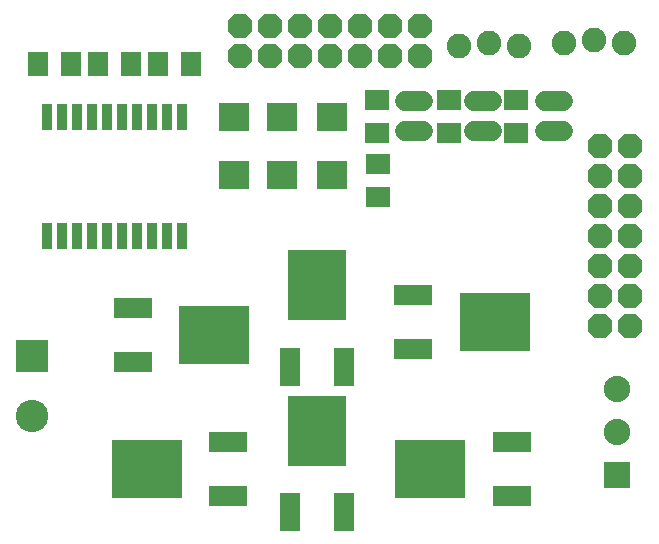
<source format=gts>
G75*
G70*
%OFA0B0*%
%FSLAX24Y24*%
%IPPOS*%
%LPD*%
%AMOC8*
5,1,8,0,0,1.08239X$1,22.5*
%
%ADD10C,0.0680*%
%ADD11R,0.0789X0.0710*%
%ADD12R,0.1080X0.1080*%
%ADD13C,0.1080*%
%ADD14R,0.0880X0.0880*%
%ADD15C,0.0880*%
%ADD16OC8,0.0820*%
%ADD17C,0.0820*%
%ADD18R,0.1261X0.0710*%
%ADD19R,0.2330X0.1980*%
%ADD20R,0.0556X0.0556*%
%ADD21R,0.0710X0.1261*%
%ADD22R,0.1980X0.2330*%
%ADD23R,0.0340X0.0880*%
%ADD24R,0.0710X0.0789*%
%ADD25R,0.1025X0.0946*%
D10*
X014550Y014100D02*
X015150Y014100D01*
X015150Y015100D02*
X014550Y015100D01*
X016850Y015100D02*
X017450Y015100D01*
X017450Y014100D02*
X016850Y014100D01*
X019200Y014100D02*
X019800Y014100D01*
X019800Y015100D02*
X019200Y015100D01*
D11*
X018250Y015151D03*
X018250Y014049D03*
X016000Y014049D03*
X016000Y015151D03*
X013600Y015151D03*
X013600Y014049D03*
X013620Y013001D03*
X013620Y011899D03*
D12*
X002100Y006600D03*
D13*
X002100Y004600D03*
D14*
X021600Y002630D03*
D15*
X021600Y004078D03*
X021600Y005526D03*
D16*
X022050Y007600D03*
X022050Y008600D03*
X021050Y008600D03*
X021050Y007600D03*
X021050Y009600D03*
X021050Y010600D03*
X022050Y010600D03*
X022050Y009600D03*
X022050Y011600D03*
X022050Y012600D03*
X022050Y013600D03*
X021050Y013600D03*
X021050Y012600D03*
X021050Y011600D03*
X015050Y016600D03*
X014050Y016600D03*
X013050Y016600D03*
X012050Y016600D03*
X011050Y016600D03*
X010050Y016600D03*
X009050Y016600D03*
X009050Y017600D03*
X010050Y017600D03*
X011050Y017600D03*
X012050Y017600D03*
X013050Y017600D03*
X014050Y017600D03*
X015050Y017600D03*
D17*
X016350Y016950D03*
X017350Y017050D03*
X018350Y016950D03*
X019850Y017050D03*
X020850Y017150D03*
X021850Y017050D03*
D18*
X014809Y008648D03*
X014809Y006852D03*
X018091Y003748D03*
X018091Y001952D03*
X008641Y001952D03*
X008641Y003748D03*
X005459Y006402D03*
X005459Y008198D03*
D19*
X008175Y007300D03*
X005925Y002850D03*
X015375Y002850D03*
X017525Y007750D03*
D20*
X005050Y002150D03*
X005900Y002150D03*
X005900Y002850D03*
X005900Y003500D03*
X005050Y003550D03*
X005050Y002850D03*
X006800Y002850D03*
X006800Y003550D03*
X006800Y002150D03*
X010900Y003250D03*
X011600Y003250D03*
X012300Y003250D03*
X012250Y004150D03*
X011600Y004150D03*
X010900Y004150D03*
X010900Y005000D03*
X011600Y005000D03*
X012300Y005000D03*
X014500Y003550D03*
X014500Y002850D03*
X015350Y002850D03*
X015350Y003500D03*
X016250Y003550D03*
X016250Y002850D03*
X016250Y002150D03*
X015350Y002150D03*
X014500Y002150D03*
X009050Y006600D03*
X009050Y007300D03*
X009050Y008000D03*
X008200Y008000D03*
X008200Y007300D03*
X008200Y006650D03*
X007300Y006600D03*
X007300Y007300D03*
X007300Y008000D03*
X010900Y008100D03*
X011600Y008100D03*
X012300Y008100D03*
X012250Y009000D03*
X011600Y009000D03*
X010900Y009000D03*
X010900Y009850D03*
X011600Y009850D03*
X012300Y009850D03*
X016650Y008450D03*
X016650Y007750D03*
X016650Y007050D03*
X017550Y007100D03*
X018400Y007050D03*
X018400Y007750D03*
X017550Y007750D03*
X017550Y008450D03*
X018400Y008450D03*
D21*
X012498Y006259D03*
X010702Y006259D03*
X010702Y001409D03*
X012498Y001409D03*
D22*
X011600Y004125D03*
X011600Y008975D03*
D23*
X007100Y010620D03*
X006600Y010620D03*
X006100Y010620D03*
X005600Y010620D03*
X005100Y010620D03*
X004600Y010620D03*
X004100Y010620D03*
X003600Y010620D03*
X003100Y010620D03*
X002600Y010620D03*
X002600Y014580D03*
X003100Y014580D03*
X003600Y014580D03*
X004100Y014580D03*
X004600Y014580D03*
X005100Y014580D03*
X005600Y014580D03*
X006100Y014580D03*
X006600Y014580D03*
X007100Y014580D03*
D24*
X007401Y016350D03*
X006299Y016350D03*
X005401Y016350D03*
X004299Y016350D03*
X003401Y016350D03*
X002299Y016350D03*
D25*
X008850Y014566D03*
X010450Y014566D03*
X012100Y014566D03*
X012100Y012634D03*
X010450Y012634D03*
X008850Y012634D03*
M02*

</source>
